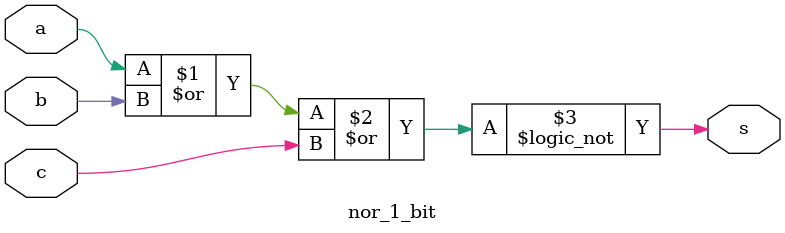
<source format=v>
module nor_1_bit (
    input wire a,
    input wire b,
    input wire c,
    output wire s
);
    
    assign s=!(a|b|c);
endmodule
</source>
